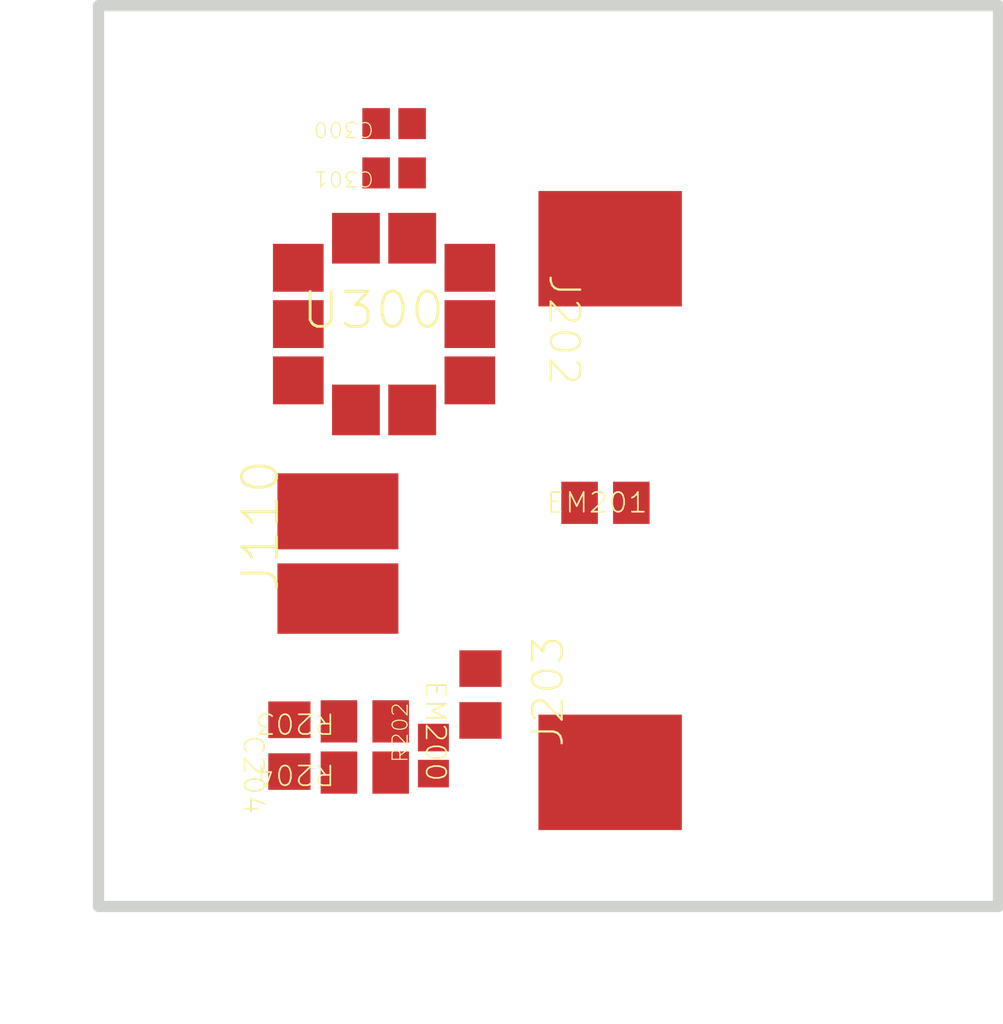
<source format=kicad_pcb>
(kicad_pcb (version 20171130) (host pcbnew "(5.1.0)-1")

  (general
    (thickness 1.6)
    (drawings 4)
    (tracks 0)
    (zones 0)
    (modules 12)
    (nets 11)
  )

  (page A4)
  (layers
    (0 F.Cu signal)
    (31 B.Cu signal)
    (32 B.Adhes user)
    (33 F.Adhes user)
    (34 B.Paste user)
    (35 F.Paste user)
    (36 B.SilkS user)
    (37 F.SilkS user)
    (38 B.Mask user)
    (39 F.Mask user)
    (40 Dwgs.User user)
    (41 Cmts.User user)
    (42 Eco1.User user)
    (43 Eco2.User user)
    (44 Edge.Cuts user)
    (45 Margin user)
    (46 B.CrtYd user)
    (47 F.CrtYd user)
    (48 B.Fab user)
    (49 F.Fab user)
  )

  (setup
    (last_trace_width 0.25)
    (trace_clearance 0.2)
    (zone_clearance 0.508)
    (zone_45_only no)
    (trace_min 0.2)
    (via_size 0.8)
    (via_drill 0.4)
    (via_min_size 0.4)
    (via_min_drill 0.3)
    (uvia_size 0.3)
    (uvia_drill 0.1)
    (uvias_allowed no)
    (uvia_min_size 0.2)
    (uvia_min_drill 0.1)
    (edge_width 0.05)
    (segment_width 0.2)
    (pcb_text_width 0.3)
    (pcb_text_size 1.5 1.5)
    (mod_edge_width 0.12)
    (mod_text_size 1 1)
    (mod_text_width 0.15)
    (pad_size 1.524 1.524)
    (pad_drill 0.762)
    (pad_to_mask_clearance 0.051)
    (solder_mask_min_width 0.25)
    (aux_axis_origin 0 0)
    (visible_elements FFFFFF7F)
    (pcbplotparams
      (layerselection 0x010fc_ffffffff)
      (usegerberextensions false)
      (usegerberattributes false)
      (usegerberadvancedattributes false)
      (creategerberjobfile false)
      (excludeedgelayer true)
      (linewidth 0.150000)
      (plotframeref false)
      (viasonmask false)
      (mode 1)
      (useauxorigin false)
      (hpglpennumber 1)
      (hpglpenspeed 20)
      (hpglpendiameter 15.000000)
      (psnegative false)
      (psa4output false)
      (plotreference true)
      (plotvalue true)
      (plotinvisibletext false)
      (padsonsilk false)
      (subtractmaskfromsilk false)
      (outputformat 1)
      (mirror false)
      (drillshape 1)
      (scaleselection 1)
      (outputdirectory ""))
  )

  (net 0 "")
  (net 1 CDC_MIC3_N)
  (net 2 CDC_MIC3_P)
  (net 3 FLICKER_PRESSURE_SAR_I2C_SCL)
  (net 4 FLICKER_PRESSURE_SAR_I2C_SDA)
  (net 5 GND)
  (net 6 HAP_OUT_M)
  (net 7 HAP_OUT_P)
  (net 8 N17757257)
  (net 9 N17757331)
  (net 10 VREG_L1B_1P8)

  (net_class Default "This is the default net class."
    (clearance 0.2)
    (trace_width 0.25)
    (via_dia 0.8)
    (via_drill 0.4)
    (uvia_dia 0.3)
    (uvia_drill 0.1)
    (add_net CDC_MIC3_N)
    (add_net CDC_MIC3_P)
    (add_net FLICKER_PRESSURE_SAR_I2C_SCL)
    (add_net FLICKER_PRESSURE_SAR_I2C_SDA)
    (add_net GND)
    (add_net HAP_OUT_M)
    (add_net HAP_OUT_P)
    (add_net N17757257)
    (add_net N17757331)
    (add_net VREG_L1B_1P8)
  )

  (module ANT_1_0X1_7_P2_HT1_45_HD_3 (layer F.Cu) (tedit 0) (tstamp 682E8EB4)
    (at 110.62804 385.04089)
    (attr smd)
    (fp_text reference J110 (at -0.688225 -0.42213 90 unlocked) (layer F.SilkS)
      (effects (font (size 0.311029 0.32715) (thickness 0.0254)))
    )
    (fp_text value KEY_2P_ANT_1_0X1_7_P2_HT1_45_HD (at 3.674508 -0.237065 unlocked) (layer F.SilkS) hide
      (effects (font (size 0.311029 0.32715) (thickness 0.0254)))
    )
    (pad 1 smd rect (at 0 -0.55) (size 1.075 0.675) (layers F.Cu F.Paste F.Mask)
      (net 5 GND))
    (pad 2 smd rect (at 0 0.225) (size 1.075 0.625) (layers F.Cu F.Paste F.Mask)
      (net 5 GND))
  )

  (module ANT_2_7X1_2_P2_HT2_15_HD_1 (layer F.Cu) (tedit 0) (tstamp 682E8EB0)
    (at 113.04804 386.4339 90)
    (attr smd)
    (fp_text reference J203 (at 0.343 -0.5515 90 unlocked) (layer F.SilkS)
      (effects (font (size 0.2624 0.276) (thickness 0.02)))
    )
    (fp_text value KEY_2P_ANT_2_7X1_2_P2_HT2_15_HD (at 0.2 3.1 unlocked) (layer F.SilkS) hide
      (effects (font (size 0.2624 0.276) (thickness 0.02)))
    )
    (pad 1 smd rect (at -0.375 0) (size 1.275 1.025) (layers F.Cu F.Paste F.Mask)
      (net 6 HAP_OUT_M))
  )

  (module ANT_2_7X1_2_P2_HT2_15_HD_2 (layer F.Cu) (tedit 0) (tstamp 682E8EAC)
    (at 113.04804 382.53391 270)
    (attr smd)
    (fp_text reference J202 (at 0.343 0.4085 270 unlocked) (layer F.SilkS)
      (effects (font (size 0.2624 0.276) (thickness 0.02)))
    )
    (fp_text value KEY_2P_ANT_2_7X1_2_P2_HT2_15_HD (at -0.2 -3.1 unlocked) (layer F.SilkS) hide
      (effects (font (size 0.2624 0.276) (thickness 0.02)))
    )
    (pad 1 smd rect (at -0.375 0) (size 1.275 1.025) (layers F.Cu F.Paste F.Mask)
      (net 7 HAP_OUT_P))
  )

  (module HLGASQ2_0_PS0_5-HT0_8_P10_HD_1 (layer F.Cu) (tedit 0) (tstamp 682E8E9F)
    (at 111.03834 382.8281)
    (attr smd)
    (fp_text reference U300 (at -0.09663 -0.122765 unlocked) (layer F.SilkS)
      (effects (font (size 0.311029 0.32715) (thickness 0.0254)))
    )
    (fp_text value BMP580_HLGASQ2_0_PS0_5-HT0_8_P1 (at 3.674508 -0.237065 unlocked) (layer F.SilkS) hide
      (effects (font (size 0.311029 0.32715) (thickness 0.0254)))
    )
    (pad 1 smd rect (at 0.25 -0.7625) (size 0.425 0.45) (layers F.Cu F.Paste F.Mask)
      (net 10 VREG_L1B_1P8))
    (pad 2 smd rect (at -0.25 -0.7625) (size 0.425 0.45) (layers F.Cu F.Paste F.Mask)
      (net 3 FLICKER_PRESSURE_SAR_I2C_SCL))
    (pad 3 smd rect (at -0.7625 -0.5) (size 0.45 0.425) (layers F.Cu F.Paste F.Mask)
      (net 5 GND))
    (pad 4 smd rect (at -0.7625 0) (size 0.45 0.425) (layers F.Cu F.Paste F.Mask)
      (net 4 FLICKER_PRESSURE_SAR_I2C_SDA))
    (pad 5 smd rect (at -0.7625 0.5) (size 0.45 0.425) (layers F.Cu F.Paste F.Mask)
      (net 5 GND))
    (pad 6 smd rect (at -0.25 0.7625) (size 0.425 0.45) (layers F.Cu F.Paste F.Mask)
      (net 10 VREG_L1B_1P8))
    (pad 7 smd rect (at 0.25 0.7625) (size 0.425 0.45) (layers F.Cu F.Paste F.Mask)
      (net 5 GND))
    (pad 8 smd rect (at 0.7625 0.5) (size 0.45 0.425) (layers F.Cu F.Paste F.Mask)
      (net 5 GND))
    (pad 9 smd rect (at 0.7625 0) (size 0.45 0.425) (layers F.Cu F.Paste F.Mask)
      (net 5 GND))
    (pad 10 smd rect (at 0.7625 -0.5) (size 0.45 0.425) (layers F.Cu F.Paste F.Mask)
      (net 10 VREG_L1B_1P8))
  )

  (module CAP01005_HT0_22_S0_38_3 (layer F.Cu) (tedit 0) (tstamp 682E8E9A)
    (at 111.12784 381.04759 180)
    (attr smd)
    (fp_text reference C300 (at 0.44784 -0.0518 180 unlocked) (layer F.SilkS)
      (effects (font (size 0.133299 0.140208) (thickness 0.01016)))
    )
    (fp_text value CAP_NP_CAP01005_HT0_22_S0_38_0. (at -1.5748 0.1016 unlocked) (layer F.SilkS) hide
      (effects (font (size 0.133299 0.140208) (thickness 0.01016)))
    )
    (pad 1 smd rect (at -0.16 0) (size 0.245 0.275) (layers F.Cu F.Paste F.Mask)
      (net 10 VREG_L1B_1P8))
    (pad 2 smd rect (at 0.16 0) (size 0.245 0.275) (layers F.Cu F.Paste F.Mask)
      (net 5 GND))
  )

  (module CAP01005_HT0_22_S0_38_4 (layer F.Cu) (tedit 0) (tstamp 682E8E95)
    (at 111.12784 381.4857 180)
    (attr smd)
    (fp_text reference C301 (at 0.44784 -0.0518 180 unlocked) (layer F.SilkS)
      (effects (font (size 0.133299 0.140208) (thickness 0.01016)))
    )
    (fp_text value CAP_NP_CAP01005_HT0_22_S0_38_0. (at -1.5748 0.1016 unlocked) (layer F.SilkS) hide
      (effects (font (size 0.133299 0.140208) (thickness 0.01016)))
    )
    (pad 1 smd rect (at -0.16 0) (size 0.245 0.275) (layers F.Cu F.Paste F.Mask)
      (net 10 VREG_L1B_1P8))
    (pad 2 smd rect (at 0.16 0) (size 0.245 0.275) (layers F.Cu F.Paste F.Mask)
      (net 5 GND))
  )

  (module RES01005_HT0_15_S0_38_2 (layer F.Cu) (tedit 0) (tstamp 682E8E90)
    (at 111.47714 386.6601 90)
    (attr smd)
    (fp_text reference R202 (at 0.204 -0.29564 90 unlocked) (layer F.SilkS)
      (effects (font (size 0.133299 0.140208) (thickness 0.01016)))
    )
    (fp_text value RES_RES01005_HT0_15_S0_38_0OHM (at 0.1016 1.524 unlocked) (layer F.SilkS) hide
      (effects (font (size 0.133299 0.140208) (thickness 0.01016)))
    )
    (pad 1 smd rect (at -0.16 0) (size 0.275 0.245) (layers F.Cu F.Paste F.Mask)
      (net 9 N17757331))
    (pad 2 smd rect (at 0.16 0) (size 0.275 0.245) (layers F.Cu F.Paste F.Mask)
      (net 5 GND))
  )

  (module CAP0201-HT0_33_7 (layer F.Cu) (tedit 0) (tstamp 682E8E73)
    (at 113.00624 384.41541)
    (attr smd)
    (fp_text reference EM201 (at -0.075662 -0.001335 unlocked) (layer F.SilkS)
      (effects (font (size 0.174936 0.184002) (thickness 0.015)))
    )
    (fp_text value CAP_NP_CAP0201-HT0_33_100PF (at 1.800023 -0.133335 unlocked) (layer F.SilkS) hide
      (effects (font (size 0.174936 0.184002) (thickness 0.015)))
    )
    (fp_line (start 2.226 0.15) (end 2.328 0.455) (layer B.Fab) (width 0.0254))
    (fp_line (start 0.23 0.636) (end 0.84 0.636) (layer B.Fab) (width 0.0254))
    (fp_line (start 2.226 0.573) (end 2.226 0.15) (layer B.Fab) (width 0.0254))
    (fp_line (start 2.125 0.455) (end 2.226 0.15) (layer B.Fab) (width 0.0254))
    (fp_line (start 0.554 0.15) (end 2.48 0.15) (layer B.Fab) (width 0.0254))
    (fp_line (start 0.23 0.636) (end 0.535 0.535) (layer B.Fab) (width 0.0254))
    (fp_line (start 2.125 -0.455) (end 2.226 -0.15) (layer B.Fab) (width 0.0254))
    (fp_line (start 0.554 -0.15) (end 2.48 -0.15) (layer B.Fab) (width 0.0254))
    (fp_line (start 2.226 -0.15) (end 2.328 -0.455) (layer B.Fab) (width 0.0254))
    (fp_line (start 2.226 -0.15) (end 2.226 -0.76) (layer B.Fab) (width 0.0254))
    (fp_line (start 0.23 0.89) (end 0.23 0.254) (layer B.Fab) (width 0.0254))
    (fp_line (start 0.3 1.272) (end 0.91 1.272) (layer B.Fab) (width 0.0254))
    (fp_line (start -0.23 0.89) (end -0.23 0.254) (layer B.Fab) (width 0.0254))
    (fp_line (start 0.3 1.272) (end 0.605 1.171) (layer B.Fab) (width 0.0254))
    (fp_line (start 0.3 1.272) (end 0.605 1.374) (layer B.Fab) (width 0.0254))
    (fp_line (start -0.3 1.526) (end -0.3 0.404) (layer B.Fab) (width 0.0254))
    (fp_line (start -0.535 0.535) (end -0.23 0.636) (layer B.Fab) (width 0.0254))
    (fp_line (start -0.535 0.738) (end -0.23 0.636) (layer B.Fab) (width 0.0254))
    (fp_line (start -0.841 0.636) (end -0.23 0.636) (layer B.Fab) (width 0.0254))
    (fp_line (start -0.605 1.171) (end -0.3 1.272) (layer B.Fab) (width 0.0254))
    (fp_line (start -0.605 1.374) (end -0.3 1.272) (layer B.Fab) (width 0.0254))
    (fp_line (start -0.841 1.272) (end -0.3 1.272) (layer B.Fab) (width 0.0254))
    (fp_line (start 0.23 0.636) (end 0.535 0.738) (layer B.Fab) (width 0.0254))
    (fp_line (start 0.3 1.526) (end 0.3 0.404) (layer B.Fab) (width 0.0254))
    (pad 1 smd rect (at -0.23 0) (size 0.325 0.375) (layers F.Cu F.Paste F.Mask)
      (net 7 HAP_OUT_P))
    (pad 2 smd rect (at 0.23 0) (size 0.325 0.375) (layers F.Cu F.Paste F.Mask)
      (net 5 GND))
  )

  (module CAP0201-HT0_33_8 (layer F.Cu) (tedit 0) (tstamp 682E8E56)
    (at 111.89524 386.11791 270)
    (attr smd)
    (fp_text reference EM200 (at 0.324338 0.398665 270 unlocked) (layer F.SilkS)
      (effects (font (size 0.174936 0.184002) (thickness 0.015)))
    )
    (fp_text value CAP_NP_CAP0201-HT0_33_100PF (at -0.133335 -1.800023 unlocked) (layer F.SilkS) hide
      (effects (font (size 0.174936 0.184002) (thickness 0.015)))
    )
    (fp_line (start 2.226 0.15) (end 2.328 0.455) (layer B.Fab) (width 0.0254))
    (fp_line (start 0.23 0.636) (end 0.84 0.636) (layer B.Fab) (width 0.0254))
    (fp_line (start 2.226 0.573) (end 2.226 0.15) (layer B.Fab) (width 0.0254))
    (fp_line (start 2.125 0.455) (end 2.226 0.15) (layer B.Fab) (width 0.0254))
    (fp_line (start 0.554 0.15) (end 2.48 0.15) (layer B.Fab) (width 0.0254))
    (fp_line (start 0.23 0.636) (end 0.535 0.535) (layer B.Fab) (width 0.0254))
    (fp_line (start 2.125 -0.455) (end 2.226 -0.15) (layer B.Fab) (width 0.0254))
    (fp_line (start 0.554 -0.15) (end 2.48 -0.15) (layer B.Fab) (width 0.0254))
    (fp_line (start 2.226 -0.15) (end 2.328 -0.455) (layer B.Fab) (width 0.0254))
    (fp_line (start 2.226 -0.15) (end 2.226 -0.76) (layer B.Fab) (width 0.0254))
    (fp_line (start 0.23 0.89) (end 0.23 0.254) (layer B.Fab) (width 0.0254))
    (fp_line (start 0.3 1.272) (end 0.91 1.272) (layer B.Fab) (width 0.0254))
    (fp_line (start -0.23 0.89) (end -0.23 0.254) (layer B.Fab) (width 0.0254))
    (fp_line (start 0.3 1.272) (end 0.605 1.171) (layer B.Fab) (width 0.0254))
    (fp_line (start 0.3 1.272) (end 0.605 1.374) (layer B.Fab) (width 0.0254))
    (fp_line (start -0.3 1.526) (end -0.3 0.404) (layer B.Fab) (width 0.0254))
    (fp_line (start -0.535 0.535) (end -0.23 0.636) (layer B.Fab) (width 0.0254))
    (fp_line (start -0.535 0.738) (end -0.23 0.636) (layer B.Fab) (width 0.0254))
    (fp_line (start -0.841 0.636) (end -0.23 0.636) (layer B.Fab) (width 0.0254))
    (fp_line (start -0.605 1.171) (end -0.3 1.272) (layer B.Fab) (width 0.0254))
    (fp_line (start -0.605 1.374) (end -0.3 1.272) (layer B.Fab) (width 0.0254))
    (fp_line (start -0.841 1.272) (end -0.3 1.272) (layer B.Fab) (width 0.0254))
    (fp_line (start 0.23 0.636) (end 0.535 0.738) (layer B.Fab) (width 0.0254))
    (fp_line (start 0.3 1.526) (end 0.3 0.404) (layer B.Fab) (width 0.0254))
    (pad 1 smd rect (at -0.23 0) (size 0.375 0.325) (layers F.Cu F.Paste F.Mask)
      (net 6 HAP_OUT_M))
    (pad 2 smd rect (at 0.23 0) (size 0.375 0.325) (layers F.Cu F.Paste F.Mask)
      (net 5 GND))
  )

  (module CAP0201-HT0_33_9 (layer F.Cu) (tedit 0) (tstamp 682E8E39)
    (at 110.19664 386.5721 270)
    (attr smd)
    (fp_text reference C204 (at 0.25767 0.318665 270 unlocked) (layer F.SilkS)
      (effects (font (size 0.174936 0.184002) (thickness 0.015)))
    )
    (fp_text value CAP_NP_CAP0201-HT0_33_33PF (at -0.133335 -1.733355 unlocked) (layer F.SilkS) hide
      (effects (font (size 0.174936 0.184002) (thickness 0.015)))
    )
    (fp_line (start 2.226 0.15) (end 2.328 0.455) (layer B.Fab) (width 0.0254))
    (fp_line (start 0.23 0.636) (end 0.84 0.636) (layer B.Fab) (width 0.0254))
    (fp_line (start 2.226 0.573) (end 2.226 0.15) (layer B.Fab) (width 0.0254))
    (fp_line (start 2.125 0.455) (end 2.226 0.15) (layer B.Fab) (width 0.0254))
    (fp_line (start 0.554 0.15) (end 2.48 0.15) (layer B.Fab) (width 0.0254))
    (fp_line (start 0.23 0.636) (end 0.535 0.535) (layer B.Fab) (width 0.0254))
    (fp_line (start 2.125 -0.455) (end 2.226 -0.15) (layer B.Fab) (width 0.0254))
    (fp_line (start 0.554 -0.15) (end 2.48 -0.15) (layer B.Fab) (width 0.0254))
    (fp_line (start 2.226 -0.15) (end 2.328 -0.455) (layer B.Fab) (width 0.0254))
    (fp_line (start 2.226 -0.15) (end 2.226 -0.76) (layer B.Fab) (width 0.0254))
    (fp_line (start 0.23 0.89) (end 0.23 0.254) (layer B.Fab) (width 0.0254))
    (fp_line (start 0.3 1.272) (end 0.91 1.272) (layer B.Fab) (width 0.0254))
    (fp_line (start -0.23 0.89) (end -0.23 0.254) (layer B.Fab) (width 0.0254))
    (fp_line (start 0.3 1.272) (end 0.605 1.171) (layer B.Fab) (width 0.0254))
    (fp_line (start 0.3 1.272) (end 0.605 1.374) (layer B.Fab) (width 0.0254))
    (fp_line (start -0.3 1.526) (end -0.3 0.404) (layer B.Fab) (width 0.0254))
    (fp_line (start -0.535 0.535) (end -0.23 0.636) (layer B.Fab) (width 0.0254))
    (fp_line (start -0.535 0.738) (end -0.23 0.636) (layer B.Fab) (width 0.0254))
    (fp_line (start -0.841 0.636) (end -0.23 0.636) (layer B.Fab) (width 0.0254))
    (fp_line (start -0.605 1.171) (end -0.3 1.272) (layer B.Fab) (width 0.0254))
    (fp_line (start -0.605 1.374) (end -0.3 1.272) (layer B.Fab) (width 0.0254))
    (fp_line (start -0.841 1.272) (end -0.3 1.272) (layer B.Fab) (width 0.0254))
    (fp_line (start 0.23 0.636) (end 0.535 0.738) (layer B.Fab) (width 0.0254))
    (fp_line (start 0.3 1.526) (end 0.3 0.404) (layer B.Fab) (width 0.0254))
    (pad 1 smd rect (at -0.23 0) (size 0.375 0.325) (layers F.Cu F.Paste F.Mask)
      (net 2 CDC_MIC3_P))
    (pad 2 smd rect (at 0.23 0) (size 0.375 0.325) (layers F.Cu F.Paste F.Mask)
      (net 1 CDC_MIC3_N))
  )

  (module RES0201-HT0_23_HD_9 (layer F.Cu) (tedit 0) (tstamp 682E8E1C)
    (at 110.86714 386.3562 180)
    (attr smd)
    (fp_text reference R203 (at 0.61767 -0.017335 180 unlocked) (layer F.SilkS)
      (effects (font (size 0.174936 0.184002) (thickness 0.015)))
    )
    (fp_text value RES_RES0201-HT0_23_HD_0OHM (at -1.733355 0.133335 unlocked) (layer F.SilkS) hide
      (effects (font (size 0.174936 0.184002) (thickness 0.015)))
    )
    (fp_line (start 0.3 1.187) (end 0.94 1.187) (layer B.Fab) (width 0.0254))
    (fp_line (start 2.925 0.15) (end 3.027 0.455) (layer B.Fab) (width 0.0254))
    (fp_line (start 2.925 0.76) (end 2.925 0.15) (layer B.Fab) (width 0.0254))
    (fp_line (start 2.824 0.455) (end 2.925 0.15) (layer B.Fab) (width 0.0254))
    (fp_line (start 0.554 0.15) (end 3.23 0.15) (layer B.Fab) (width 0.0254))
    (fp_line (start 2.824 -0.455) (end 2.925 -0.15) (layer B.Fab) (width 0.0254))
    (fp_line (start 0.554 -0.15) (end 3.23 -0.15) (layer B.Fab) (width 0.0254))
    (fp_line (start 2.925 -0.15) (end 3.027 -0.455) (layer B.Fab) (width 0.0254))
    (fp_line (start 0.131 0.667) (end 0.23 0.667) (layer B.Fab) (width 0.0254))
    (fp_line (start 2.925 -0.15) (end 2.925 -1.132) (layer B.Fab) (width 0.0254))
    (fp_line (start 0.23 0.972) (end 0.23 0.254) (layer B.Fab) (width 0.0254))
    (fp_line (start 0.3 1.187) (end 0.605 1.086) (layer B.Fab) (width 0.0254))
    (fp_line (start -0.23 0.972) (end -0.23 0.254) (layer B.Fab) (width 0.0254))
    (fp_line (start 0.3 1.187) (end 0.605 1.289) (layer B.Fab) (width 0.0254))
    (fp_line (start -0.3 1.492) (end -0.3 0.404) (layer B.Fab) (width 0.0254))
    (fp_line (start 0.23 0.667) (end 0.535 0.566) (layer B.Fab) (width 0.0254))
    (fp_line (start -0.535 0.566) (end -0.23 0.667) (layer B.Fab) (width 0.0254))
    (fp_line (start -0.535 0.769) (end -0.23 0.667) (layer B.Fab) (width 0.0254))
    (fp_line (start -0.84 0.667) (end -0.23 0.667) (layer B.Fab) (width 0.0254))
    (fp_line (start -0.605 1.086) (end -0.3 1.187) (layer B.Fab) (width 0.0254))
    (fp_line (start -0.605 1.289) (end -0.3 1.187) (layer B.Fab) (width 0.0254))
    (fp_line (start -0.91 1.187) (end -0.3 1.187) (layer B.Fab) (width 0.0254))
    (fp_line (start 0.3 1.492) (end 0.3 0.404) (layer B.Fab) (width 0.0254))
    (fp_line (start 0.23 0.667) (end 0.535 0.769) (layer B.Fab) (width 0.0254))
    (pad 1 smd rect (at -0.23 0) (size 0.325 0.375) (layers F.Cu F.Paste F.Mask)
      (net 8 N17757257))
    (pad 2 smd rect (at 0.23 0) (size 0.325 0.375) (layers F.Cu F.Paste F.Mask)
      (net 2 CDC_MIC3_P))
  )

  (module RES0201-HT0_23_HD_10 (layer F.Cu) (tedit 0) (tstamp 682E8DFF)
    (at 110.86714 386.8112 180)
    (attr smd)
    (fp_text reference R204 (at 0.61767 -0.017335 180 unlocked) (layer F.SilkS)
      (effects (font (size 0.174936 0.184002) (thickness 0.015)))
    )
    (fp_text value RES_RES0201-HT0_23_HD_0OHM (at -1.733355 0.133335 unlocked) (layer F.SilkS) hide
      (effects (font (size 0.174936 0.184002) (thickness 0.015)))
    )
    (fp_line (start 0.3 1.187) (end 0.94 1.187) (layer B.Fab) (width 0.0254))
    (fp_line (start 2.925 0.15) (end 3.027 0.455) (layer B.Fab) (width 0.0254))
    (fp_line (start 2.925 0.76) (end 2.925 0.15) (layer B.Fab) (width 0.0254))
    (fp_line (start 2.824 0.455) (end 2.925 0.15) (layer B.Fab) (width 0.0254))
    (fp_line (start 0.554 0.15) (end 3.23 0.15) (layer B.Fab) (width 0.0254))
    (fp_line (start 2.824 -0.455) (end 2.925 -0.15) (layer B.Fab) (width 0.0254))
    (fp_line (start 0.554 -0.15) (end 3.23 -0.15) (layer B.Fab) (width 0.0254))
    (fp_line (start 2.925 -0.15) (end 3.027 -0.455) (layer B.Fab) (width 0.0254))
    (fp_line (start 0.131 0.667) (end 0.23 0.667) (layer B.Fab) (width 0.0254))
    (fp_line (start 2.925 -0.15) (end 2.925 -1.132) (layer B.Fab) (width 0.0254))
    (fp_line (start 0.23 0.972) (end 0.23 0.254) (layer B.Fab) (width 0.0254))
    (fp_line (start 0.3 1.187) (end 0.605 1.086) (layer B.Fab) (width 0.0254))
    (fp_line (start -0.23 0.972) (end -0.23 0.254) (layer B.Fab) (width 0.0254))
    (fp_line (start 0.3 1.187) (end 0.605 1.289) (layer B.Fab) (width 0.0254))
    (fp_line (start -0.3 1.492) (end -0.3 0.404) (layer B.Fab) (width 0.0254))
    (fp_line (start 0.23 0.667) (end 0.535 0.566) (layer B.Fab) (width 0.0254))
    (fp_line (start -0.535 0.566) (end -0.23 0.667) (layer B.Fab) (width 0.0254))
    (fp_line (start -0.535 0.769) (end -0.23 0.667) (layer B.Fab) (width 0.0254))
    (fp_line (start -0.84 0.667) (end -0.23 0.667) (layer B.Fab) (width 0.0254))
    (fp_line (start -0.605 1.086) (end -0.3 1.187) (layer B.Fab) (width 0.0254))
    (fp_line (start -0.605 1.289) (end -0.3 1.187) (layer B.Fab) (width 0.0254))
    (fp_line (start -0.91 1.187) (end -0.3 1.187) (layer B.Fab) (width 0.0254))
    (fp_line (start 0.3 1.492) (end 0.3 0.404) (layer B.Fab) (width 0.0254))
    (fp_line (start 0.23 0.667) (end 0.535 0.769) (layer B.Fab) (width 0.0254))
    (pad 1 smd rect (at -0.23 0) (size 0.325 0.375) (layers F.Cu F.Paste F.Mask)
      (net 9 N17757331))
    (pad 2 smd rect (at 0.23 0) (size 0.325 0.375) (layers F.Cu F.Paste F.Mask)
      (net 1 CDC_MIC3_N))
  )

  (gr_line (start 108.5 388) (end 108.5 380) (layer Edge.Cuts) (width 0.1))
  (gr_line (start 116.5 388) (end 108.5 388) (layer Edge.Cuts) (width 0.1))
  (gr_line (start 116.5 380) (end 116.5 388) (layer Edge.Cuts) (width 0.1))
  (gr_line (start 108.5 380) (end 116.5 380) (layer Edge.Cuts) (width 0.1))

)

</source>
